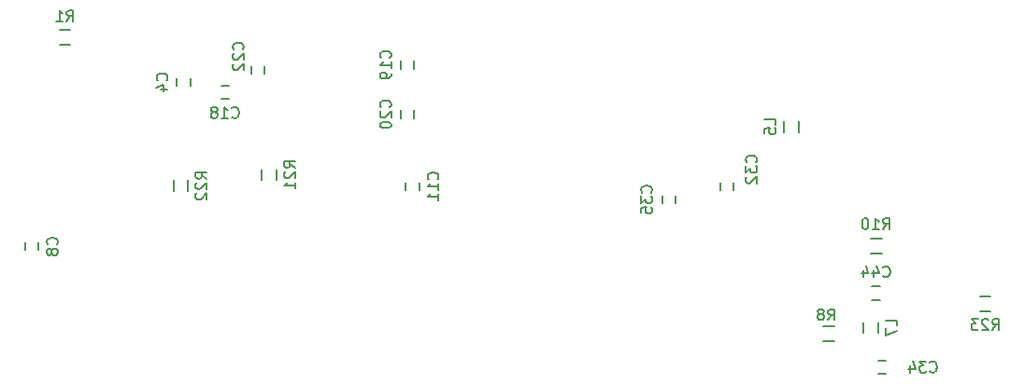
<source format=gbo>
G04 #@! TF.FileFunction,Legend,Bot*
%FSLAX46Y46*%
G04 Gerber Fmt 4.6, Leading zero omitted, Abs format (unit mm)*
G04 Created by KiCad (PCBNEW 4.0.6) date Sat Sep  9 23:31:10 2017*
%MOMM*%
%LPD*%
G01*
G04 APERTURE LIST*
%ADD10C,0.100000*%
%ADD11C,0.150000*%
G04 APERTURE END LIST*
D10*
D11*
X36350000Y-33940000D02*
X36350000Y-33240000D01*
X35150000Y-33240000D02*
X35150000Y-33940000D01*
X21400000Y-48150000D02*
X21400000Y-48850000D01*
X22600000Y-48850000D02*
X22600000Y-48150000D01*
X55900000Y-42700000D02*
X55900000Y-43400000D01*
X57100000Y-43400000D02*
X57100000Y-42700000D01*
X39850000Y-33900000D02*
X39150000Y-33900000D01*
X39150000Y-35100000D02*
X39850000Y-35100000D01*
X56600000Y-32350000D02*
X56600000Y-31650000D01*
X55400000Y-31650000D02*
X55400000Y-32350000D01*
X56600000Y-36850000D02*
X56600000Y-36150000D01*
X55400000Y-36150000D02*
X55400000Y-36850000D01*
X41900000Y-32150000D02*
X41900000Y-32850000D01*
X43100000Y-32850000D02*
X43100000Y-32150000D01*
X85600000Y-43400000D02*
X85600000Y-42700000D01*
X84400000Y-42700000D02*
X84400000Y-43400000D01*
X99400000Y-58900000D02*
X98700000Y-58900000D01*
X98700000Y-60100000D02*
X99400000Y-60100000D01*
X79110000Y-43880000D02*
X79110000Y-44580000D01*
X80310000Y-44580000D02*
X80310000Y-43880000D01*
X90185000Y-37120000D02*
X90185000Y-38120000D01*
X91535000Y-38120000D02*
X91535000Y-37120000D01*
X98719000Y-56380000D02*
X98719000Y-55380000D01*
X97369000Y-55380000D02*
X97369000Y-56380000D01*
X25500000Y-28825000D02*
X24500000Y-28825000D01*
X24500000Y-30175000D02*
X25500000Y-30175000D01*
X94740000Y-55765000D02*
X93740000Y-55765000D01*
X93740000Y-57115000D02*
X94740000Y-57115000D01*
X98000000Y-49175000D02*
X99000000Y-49175000D01*
X99000000Y-47825000D02*
X98000000Y-47825000D01*
X98150000Y-53350000D02*
X98850000Y-53350000D01*
X98850000Y-52150000D02*
X98150000Y-52150000D01*
X44175000Y-42500000D02*
X44175000Y-41500000D01*
X42825000Y-41500000D02*
X42825000Y-42500000D01*
X36175000Y-43500000D02*
X36175000Y-42500000D01*
X34825000Y-42500000D02*
X34825000Y-43500000D01*
X107900000Y-54425000D02*
X108900000Y-54425000D01*
X108900000Y-53075000D02*
X107900000Y-53075000D01*
X34207143Y-33423334D02*
X34254762Y-33375715D01*
X34302381Y-33232858D01*
X34302381Y-33137620D01*
X34254762Y-32994762D01*
X34159524Y-32899524D01*
X34064286Y-32851905D01*
X33873810Y-32804286D01*
X33730952Y-32804286D01*
X33540476Y-32851905D01*
X33445238Y-32899524D01*
X33350000Y-32994762D01*
X33302381Y-33137620D01*
X33302381Y-33232858D01*
X33350000Y-33375715D01*
X33397619Y-33423334D01*
X33635714Y-34280477D02*
X34302381Y-34280477D01*
X33254762Y-34042381D02*
X33969048Y-33804286D01*
X33969048Y-34423334D01*
X24257143Y-48333334D02*
X24304762Y-48285715D01*
X24352381Y-48142858D01*
X24352381Y-48047620D01*
X24304762Y-47904762D01*
X24209524Y-47809524D01*
X24114286Y-47761905D01*
X23923810Y-47714286D01*
X23780952Y-47714286D01*
X23590476Y-47761905D01*
X23495238Y-47809524D01*
X23400000Y-47904762D01*
X23352381Y-48047620D01*
X23352381Y-48142858D01*
X23400000Y-48285715D01*
X23447619Y-48333334D01*
X23780952Y-48904762D02*
X23733333Y-48809524D01*
X23685714Y-48761905D01*
X23590476Y-48714286D01*
X23542857Y-48714286D01*
X23447619Y-48761905D01*
X23400000Y-48809524D01*
X23352381Y-48904762D01*
X23352381Y-49095239D01*
X23400000Y-49190477D01*
X23447619Y-49238096D01*
X23542857Y-49285715D01*
X23590476Y-49285715D01*
X23685714Y-49238096D01*
X23733333Y-49190477D01*
X23780952Y-49095239D01*
X23780952Y-48904762D01*
X23828571Y-48809524D01*
X23876190Y-48761905D01*
X23971429Y-48714286D01*
X24161905Y-48714286D01*
X24257143Y-48761905D01*
X24304762Y-48809524D01*
X24352381Y-48904762D01*
X24352381Y-49095239D01*
X24304762Y-49190477D01*
X24257143Y-49238096D01*
X24161905Y-49285715D01*
X23971429Y-49285715D01*
X23876190Y-49238096D01*
X23828571Y-49190477D01*
X23780952Y-49095239D01*
X58757143Y-42407143D02*
X58804762Y-42359524D01*
X58852381Y-42216667D01*
X58852381Y-42121429D01*
X58804762Y-41978571D01*
X58709524Y-41883333D01*
X58614286Y-41835714D01*
X58423810Y-41788095D01*
X58280952Y-41788095D01*
X58090476Y-41835714D01*
X57995238Y-41883333D01*
X57900000Y-41978571D01*
X57852381Y-42121429D01*
X57852381Y-42216667D01*
X57900000Y-42359524D01*
X57947619Y-42407143D01*
X58852381Y-43359524D02*
X58852381Y-42788095D01*
X58852381Y-43073809D02*
X57852381Y-43073809D01*
X57995238Y-42978571D01*
X58090476Y-42883333D01*
X58138095Y-42788095D01*
X58852381Y-44311905D02*
X58852381Y-43740476D01*
X58852381Y-44026190D02*
X57852381Y-44026190D01*
X57995238Y-43930952D01*
X58090476Y-43835714D01*
X58138095Y-43740476D01*
X40142857Y-36757143D02*
X40190476Y-36804762D01*
X40333333Y-36852381D01*
X40428571Y-36852381D01*
X40571429Y-36804762D01*
X40666667Y-36709524D01*
X40714286Y-36614286D01*
X40761905Y-36423810D01*
X40761905Y-36280952D01*
X40714286Y-36090476D01*
X40666667Y-35995238D01*
X40571429Y-35900000D01*
X40428571Y-35852381D01*
X40333333Y-35852381D01*
X40190476Y-35900000D01*
X40142857Y-35947619D01*
X39190476Y-36852381D02*
X39761905Y-36852381D01*
X39476191Y-36852381D02*
X39476191Y-35852381D01*
X39571429Y-35995238D01*
X39666667Y-36090476D01*
X39761905Y-36138095D01*
X38619048Y-36280952D02*
X38714286Y-36233333D01*
X38761905Y-36185714D01*
X38809524Y-36090476D01*
X38809524Y-36042857D01*
X38761905Y-35947619D01*
X38714286Y-35900000D01*
X38619048Y-35852381D01*
X38428571Y-35852381D01*
X38333333Y-35900000D01*
X38285714Y-35947619D01*
X38238095Y-36042857D01*
X38238095Y-36090476D01*
X38285714Y-36185714D01*
X38333333Y-36233333D01*
X38428571Y-36280952D01*
X38619048Y-36280952D01*
X38714286Y-36328571D01*
X38761905Y-36376190D01*
X38809524Y-36471429D01*
X38809524Y-36661905D01*
X38761905Y-36757143D01*
X38714286Y-36804762D01*
X38619048Y-36852381D01*
X38428571Y-36852381D01*
X38333333Y-36804762D01*
X38285714Y-36757143D01*
X38238095Y-36661905D01*
X38238095Y-36471429D01*
X38285714Y-36376190D01*
X38333333Y-36328571D01*
X38428571Y-36280952D01*
X54457143Y-31357143D02*
X54504762Y-31309524D01*
X54552381Y-31166667D01*
X54552381Y-31071429D01*
X54504762Y-30928571D01*
X54409524Y-30833333D01*
X54314286Y-30785714D01*
X54123810Y-30738095D01*
X53980952Y-30738095D01*
X53790476Y-30785714D01*
X53695238Y-30833333D01*
X53600000Y-30928571D01*
X53552381Y-31071429D01*
X53552381Y-31166667D01*
X53600000Y-31309524D01*
X53647619Y-31357143D01*
X54552381Y-32309524D02*
X54552381Y-31738095D01*
X54552381Y-32023809D02*
X53552381Y-32023809D01*
X53695238Y-31928571D01*
X53790476Y-31833333D01*
X53838095Y-31738095D01*
X54552381Y-32785714D02*
X54552381Y-32976190D01*
X54504762Y-33071429D01*
X54457143Y-33119048D01*
X54314286Y-33214286D01*
X54123810Y-33261905D01*
X53742857Y-33261905D01*
X53647619Y-33214286D01*
X53600000Y-33166667D01*
X53552381Y-33071429D01*
X53552381Y-32880952D01*
X53600000Y-32785714D01*
X53647619Y-32738095D01*
X53742857Y-32690476D01*
X53980952Y-32690476D01*
X54076190Y-32738095D01*
X54123810Y-32785714D01*
X54171429Y-32880952D01*
X54171429Y-33071429D01*
X54123810Y-33166667D01*
X54076190Y-33214286D01*
X53980952Y-33261905D01*
X54457143Y-35857143D02*
X54504762Y-35809524D01*
X54552381Y-35666667D01*
X54552381Y-35571429D01*
X54504762Y-35428571D01*
X54409524Y-35333333D01*
X54314286Y-35285714D01*
X54123810Y-35238095D01*
X53980952Y-35238095D01*
X53790476Y-35285714D01*
X53695238Y-35333333D01*
X53600000Y-35428571D01*
X53552381Y-35571429D01*
X53552381Y-35666667D01*
X53600000Y-35809524D01*
X53647619Y-35857143D01*
X53647619Y-36238095D02*
X53600000Y-36285714D01*
X53552381Y-36380952D01*
X53552381Y-36619048D01*
X53600000Y-36714286D01*
X53647619Y-36761905D01*
X53742857Y-36809524D01*
X53838095Y-36809524D01*
X53980952Y-36761905D01*
X54552381Y-36190476D01*
X54552381Y-36809524D01*
X53552381Y-37428571D02*
X53552381Y-37523810D01*
X53600000Y-37619048D01*
X53647619Y-37666667D01*
X53742857Y-37714286D01*
X53933333Y-37761905D01*
X54171429Y-37761905D01*
X54361905Y-37714286D01*
X54457143Y-37666667D01*
X54504762Y-37619048D01*
X54552381Y-37523810D01*
X54552381Y-37428571D01*
X54504762Y-37333333D01*
X54457143Y-37285714D01*
X54361905Y-37238095D01*
X54171429Y-37190476D01*
X53933333Y-37190476D01*
X53742857Y-37238095D01*
X53647619Y-37285714D01*
X53600000Y-37333333D01*
X53552381Y-37428571D01*
X41107143Y-30607143D02*
X41154762Y-30559524D01*
X41202381Y-30416667D01*
X41202381Y-30321429D01*
X41154762Y-30178571D01*
X41059524Y-30083333D01*
X40964286Y-30035714D01*
X40773810Y-29988095D01*
X40630952Y-29988095D01*
X40440476Y-30035714D01*
X40345238Y-30083333D01*
X40250000Y-30178571D01*
X40202381Y-30321429D01*
X40202381Y-30416667D01*
X40250000Y-30559524D01*
X40297619Y-30607143D01*
X40297619Y-30988095D02*
X40250000Y-31035714D01*
X40202381Y-31130952D01*
X40202381Y-31369048D01*
X40250000Y-31464286D01*
X40297619Y-31511905D01*
X40392857Y-31559524D01*
X40488095Y-31559524D01*
X40630952Y-31511905D01*
X41202381Y-30940476D01*
X41202381Y-31559524D01*
X40297619Y-31940476D02*
X40250000Y-31988095D01*
X40202381Y-32083333D01*
X40202381Y-32321429D01*
X40250000Y-32416667D01*
X40297619Y-32464286D01*
X40392857Y-32511905D01*
X40488095Y-32511905D01*
X40630952Y-32464286D01*
X41202381Y-31892857D01*
X41202381Y-32511905D01*
X87607143Y-40857143D02*
X87654762Y-40809524D01*
X87702381Y-40666667D01*
X87702381Y-40571429D01*
X87654762Y-40428571D01*
X87559524Y-40333333D01*
X87464286Y-40285714D01*
X87273810Y-40238095D01*
X87130952Y-40238095D01*
X86940476Y-40285714D01*
X86845238Y-40333333D01*
X86750000Y-40428571D01*
X86702381Y-40571429D01*
X86702381Y-40666667D01*
X86750000Y-40809524D01*
X86797619Y-40857143D01*
X86702381Y-41190476D02*
X86702381Y-41809524D01*
X87083333Y-41476190D01*
X87083333Y-41619048D01*
X87130952Y-41714286D01*
X87178571Y-41761905D01*
X87273810Y-41809524D01*
X87511905Y-41809524D01*
X87607143Y-41761905D01*
X87654762Y-41714286D01*
X87702381Y-41619048D01*
X87702381Y-41333333D01*
X87654762Y-41238095D01*
X87607143Y-41190476D01*
X86797619Y-42190476D02*
X86750000Y-42238095D01*
X86702381Y-42333333D01*
X86702381Y-42571429D01*
X86750000Y-42666667D01*
X86797619Y-42714286D01*
X86892857Y-42761905D01*
X86988095Y-42761905D01*
X87130952Y-42714286D01*
X87702381Y-42142857D01*
X87702381Y-42761905D01*
X103392857Y-59857143D02*
X103440476Y-59904762D01*
X103583333Y-59952381D01*
X103678571Y-59952381D01*
X103821429Y-59904762D01*
X103916667Y-59809524D01*
X103964286Y-59714286D01*
X104011905Y-59523810D01*
X104011905Y-59380952D01*
X103964286Y-59190476D01*
X103916667Y-59095238D01*
X103821429Y-59000000D01*
X103678571Y-58952381D01*
X103583333Y-58952381D01*
X103440476Y-59000000D01*
X103392857Y-59047619D01*
X103059524Y-58952381D02*
X102440476Y-58952381D01*
X102773810Y-59333333D01*
X102630952Y-59333333D01*
X102535714Y-59380952D01*
X102488095Y-59428571D01*
X102440476Y-59523810D01*
X102440476Y-59761905D01*
X102488095Y-59857143D01*
X102535714Y-59904762D01*
X102630952Y-59952381D01*
X102916667Y-59952381D01*
X103011905Y-59904762D01*
X103059524Y-59857143D01*
X101583333Y-59285714D02*
X101583333Y-59952381D01*
X101821429Y-58904762D02*
X102059524Y-59619048D01*
X101440476Y-59619048D01*
X78107143Y-43607143D02*
X78154762Y-43559524D01*
X78202381Y-43416667D01*
X78202381Y-43321429D01*
X78154762Y-43178571D01*
X78059524Y-43083333D01*
X77964286Y-43035714D01*
X77773810Y-42988095D01*
X77630952Y-42988095D01*
X77440476Y-43035714D01*
X77345238Y-43083333D01*
X77250000Y-43178571D01*
X77202381Y-43321429D01*
X77202381Y-43416667D01*
X77250000Y-43559524D01*
X77297619Y-43607143D01*
X77202381Y-43940476D02*
X77202381Y-44559524D01*
X77583333Y-44226190D01*
X77583333Y-44369048D01*
X77630952Y-44464286D01*
X77678571Y-44511905D01*
X77773810Y-44559524D01*
X78011905Y-44559524D01*
X78107143Y-44511905D01*
X78154762Y-44464286D01*
X78202381Y-44369048D01*
X78202381Y-44083333D01*
X78154762Y-43988095D01*
X78107143Y-43940476D01*
X77202381Y-45464286D02*
X77202381Y-44988095D01*
X77678571Y-44940476D01*
X77630952Y-44988095D01*
X77583333Y-45083333D01*
X77583333Y-45321429D01*
X77630952Y-45416667D01*
X77678571Y-45464286D01*
X77773810Y-45511905D01*
X78011905Y-45511905D01*
X78107143Y-45464286D01*
X78154762Y-45416667D01*
X78202381Y-45321429D01*
X78202381Y-45083333D01*
X78154762Y-44988095D01*
X78107143Y-44940476D01*
X89412381Y-37453334D02*
X89412381Y-36977143D01*
X88412381Y-36977143D01*
X88412381Y-38262858D02*
X88412381Y-37786667D01*
X88888571Y-37739048D01*
X88840952Y-37786667D01*
X88793333Y-37881905D01*
X88793333Y-38120001D01*
X88840952Y-38215239D01*
X88888571Y-38262858D01*
X88983810Y-38310477D01*
X89221905Y-38310477D01*
X89317143Y-38262858D01*
X89364762Y-38215239D01*
X89412381Y-38120001D01*
X89412381Y-37881905D01*
X89364762Y-37786667D01*
X89317143Y-37739048D01*
X100396381Y-55713334D02*
X100396381Y-55237143D01*
X99396381Y-55237143D01*
X99396381Y-55951429D02*
X99396381Y-56618096D01*
X100396381Y-56189524D01*
X25166666Y-28052381D02*
X25500000Y-27576190D01*
X25738095Y-28052381D02*
X25738095Y-27052381D01*
X25357142Y-27052381D01*
X25261904Y-27100000D01*
X25214285Y-27147619D01*
X25166666Y-27242857D01*
X25166666Y-27385714D01*
X25214285Y-27480952D01*
X25261904Y-27528571D01*
X25357142Y-27576190D01*
X25738095Y-27576190D01*
X24214285Y-28052381D02*
X24785714Y-28052381D01*
X24500000Y-28052381D02*
X24500000Y-27052381D01*
X24595238Y-27195238D01*
X24690476Y-27290476D01*
X24785714Y-27338095D01*
X94166666Y-55202381D02*
X94500000Y-54726190D01*
X94738095Y-55202381D02*
X94738095Y-54202381D01*
X94357142Y-54202381D01*
X94261904Y-54250000D01*
X94214285Y-54297619D01*
X94166666Y-54392857D01*
X94166666Y-54535714D01*
X94214285Y-54630952D01*
X94261904Y-54678571D01*
X94357142Y-54726190D01*
X94738095Y-54726190D01*
X93595238Y-54630952D02*
X93690476Y-54583333D01*
X93738095Y-54535714D01*
X93785714Y-54440476D01*
X93785714Y-54392857D01*
X93738095Y-54297619D01*
X93690476Y-54250000D01*
X93595238Y-54202381D01*
X93404761Y-54202381D01*
X93309523Y-54250000D01*
X93261904Y-54297619D01*
X93214285Y-54392857D01*
X93214285Y-54440476D01*
X93261904Y-54535714D01*
X93309523Y-54583333D01*
X93404761Y-54630952D01*
X93595238Y-54630952D01*
X93690476Y-54678571D01*
X93738095Y-54726190D01*
X93785714Y-54821429D01*
X93785714Y-55011905D01*
X93738095Y-55107143D01*
X93690476Y-55154762D01*
X93595238Y-55202381D01*
X93404761Y-55202381D01*
X93309523Y-55154762D01*
X93261904Y-55107143D01*
X93214285Y-55011905D01*
X93214285Y-54821429D01*
X93261904Y-54726190D01*
X93309523Y-54678571D01*
X93404761Y-54630952D01*
X99142857Y-46952381D02*
X99476191Y-46476190D01*
X99714286Y-46952381D02*
X99714286Y-45952381D01*
X99333333Y-45952381D01*
X99238095Y-46000000D01*
X99190476Y-46047619D01*
X99142857Y-46142857D01*
X99142857Y-46285714D01*
X99190476Y-46380952D01*
X99238095Y-46428571D01*
X99333333Y-46476190D01*
X99714286Y-46476190D01*
X98190476Y-46952381D02*
X98761905Y-46952381D01*
X98476191Y-46952381D02*
X98476191Y-45952381D01*
X98571429Y-46095238D01*
X98666667Y-46190476D01*
X98761905Y-46238095D01*
X97571429Y-45952381D02*
X97476190Y-45952381D01*
X97380952Y-46000000D01*
X97333333Y-46047619D01*
X97285714Y-46142857D01*
X97238095Y-46333333D01*
X97238095Y-46571429D01*
X97285714Y-46761905D01*
X97333333Y-46857143D01*
X97380952Y-46904762D01*
X97476190Y-46952381D01*
X97571429Y-46952381D01*
X97666667Y-46904762D01*
X97714286Y-46857143D01*
X97761905Y-46761905D01*
X97809524Y-46571429D01*
X97809524Y-46333333D01*
X97761905Y-46142857D01*
X97714286Y-46047619D01*
X97666667Y-46000000D01*
X97571429Y-45952381D01*
X99142857Y-51207143D02*
X99190476Y-51254762D01*
X99333333Y-51302381D01*
X99428571Y-51302381D01*
X99571429Y-51254762D01*
X99666667Y-51159524D01*
X99714286Y-51064286D01*
X99761905Y-50873810D01*
X99761905Y-50730952D01*
X99714286Y-50540476D01*
X99666667Y-50445238D01*
X99571429Y-50350000D01*
X99428571Y-50302381D01*
X99333333Y-50302381D01*
X99190476Y-50350000D01*
X99142857Y-50397619D01*
X98285714Y-50635714D02*
X98285714Y-51302381D01*
X98523810Y-50254762D02*
X98761905Y-50969048D01*
X98142857Y-50969048D01*
X97333333Y-50635714D02*
X97333333Y-51302381D01*
X97571429Y-50254762D02*
X97809524Y-50969048D01*
X97190476Y-50969048D01*
X45852381Y-41357143D02*
X45376190Y-41023809D01*
X45852381Y-40785714D02*
X44852381Y-40785714D01*
X44852381Y-41166667D01*
X44900000Y-41261905D01*
X44947619Y-41309524D01*
X45042857Y-41357143D01*
X45185714Y-41357143D01*
X45280952Y-41309524D01*
X45328571Y-41261905D01*
X45376190Y-41166667D01*
X45376190Y-40785714D01*
X44947619Y-41738095D02*
X44900000Y-41785714D01*
X44852381Y-41880952D01*
X44852381Y-42119048D01*
X44900000Y-42214286D01*
X44947619Y-42261905D01*
X45042857Y-42309524D01*
X45138095Y-42309524D01*
X45280952Y-42261905D01*
X45852381Y-41690476D01*
X45852381Y-42309524D01*
X45852381Y-43261905D02*
X45852381Y-42690476D01*
X45852381Y-42976190D02*
X44852381Y-42976190D01*
X44995238Y-42880952D01*
X45090476Y-42785714D01*
X45138095Y-42690476D01*
X37852381Y-42357143D02*
X37376190Y-42023809D01*
X37852381Y-41785714D02*
X36852381Y-41785714D01*
X36852381Y-42166667D01*
X36900000Y-42261905D01*
X36947619Y-42309524D01*
X37042857Y-42357143D01*
X37185714Y-42357143D01*
X37280952Y-42309524D01*
X37328571Y-42261905D01*
X37376190Y-42166667D01*
X37376190Y-41785714D01*
X36947619Y-42738095D02*
X36900000Y-42785714D01*
X36852381Y-42880952D01*
X36852381Y-43119048D01*
X36900000Y-43214286D01*
X36947619Y-43261905D01*
X37042857Y-43309524D01*
X37138095Y-43309524D01*
X37280952Y-43261905D01*
X37852381Y-42690476D01*
X37852381Y-43309524D01*
X36947619Y-43690476D02*
X36900000Y-43738095D01*
X36852381Y-43833333D01*
X36852381Y-44071429D01*
X36900000Y-44166667D01*
X36947619Y-44214286D01*
X37042857Y-44261905D01*
X37138095Y-44261905D01*
X37280952Y-44214286D01*
X37852381Y-43642857D01*
X37852381Y-44261905D01*
X109042857Y-56102381D02*
X109376191Y-55626190D01*
X109614286Y-56102381D02*
X109614286Y-55102381D01*
X109233333Y-55102381D01*
X109138095Y-55150000D01*
X109090476Y-55197619D01*
X109042857Y-55292857D01*
X109042857Y-55435714D01*
X109090476Y-55530952D01*
X109138095Y-55578571D01*
X109233333Y-55626190D01*
X109614286Y-55626190D01*
X108661905Y-55197619D02*
X108614286Y-55150000D01*
X108519048Y-55102381D01*
X108280952Y-55102381D01*
X108185714Y-55150000D01*
X108138095Y-55197619D01*
X108090476Y-55292857D01*
X108090476Y-55388095D01*
X108138095Y-55530952D01*
X108709524Y-56102381D01*
X108090476Y-56102381D01*
X107757143Y-55102381D02*
X107138095Y-55102381D01*
X107471429Y-55483333D01*
X107328571Y-55483333D01*
X107233333Y-55530952D01*
X107185714Y-55578571D01*
X107138095Y-55673810D01*
X107138095Y-55911905D01*
X107185714Y-56007143D01*
X107233333Y-56054762D01*
X107328571Y-56102381D01*
X107614286Y-56102381D01*
X107709524Y-56054762D01*
X107757143Y-56007143D01*
M02*

</source>
